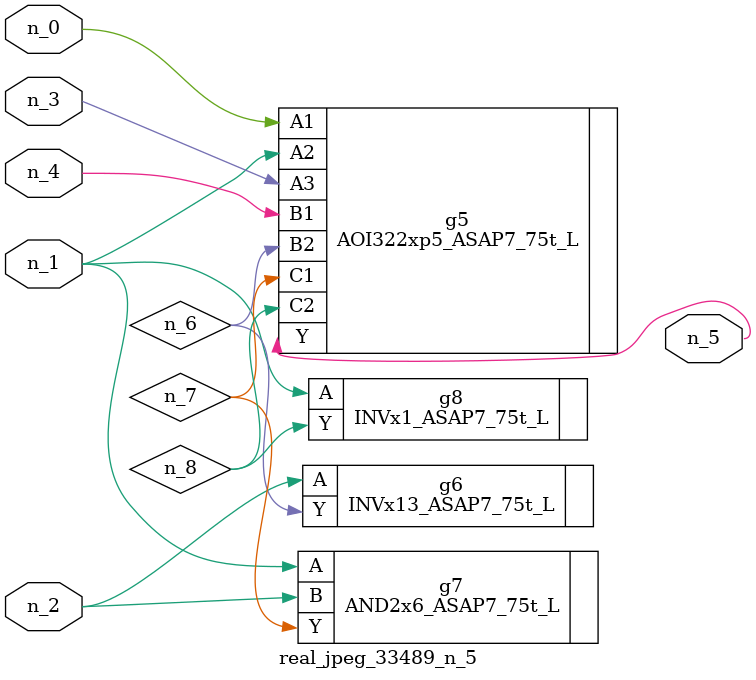
<source format=v>
module real_jpeg_33489_n_5 (n_4, n_0, n_1, n_2, n_3, n_5);

input n_4;
input n_0;
input n_1;
input n_2;
input n_3;

output n_5;

wire n_8;
wire n_6;
wire n_7;

AOI322xp5_ASAP7_75t_L g5 ( 
.A1(n_0),
.A2(n_1),
.A3(n_3),
.B1(n_4),
.B2(n_6),
.C1(n_7),
.C2(n_8),
.Y(n_5)
);

AND2x6_ASAP7_75t_L g7 ( 
.A(n_1),
.B(n_2),
.Y(n_7)
);

INVx1_ASAP7_75t_L g8 ( 
.A(n_1),
.Y(n_8)
);

INVx13_ASAP7_75t_L g6 ( 
.A(n_2),
.Y(n_6)
);


endmodule
</source>
